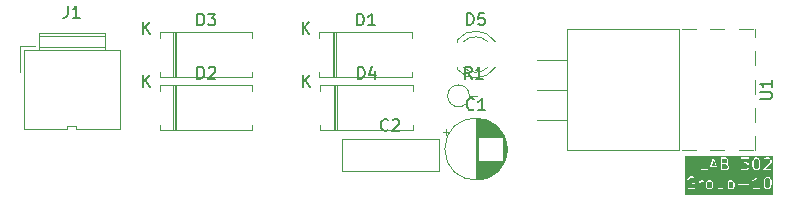
<source format=gbr>
%TF.GenerationSoftware,KiCad,Pcbnew,8.0.6*%
%TF.CreationDate,2024-11-04T20:56:58+05:30*%
%TF.ProjectId,power_supply_kicad,706f7765-725f-4737-9570-706c795f6b69,rev?*%
%TF.SameCoordinates,Original*%
%TF.FileFunction,Legend,Top*%
%TF.FilePolarity,Positive*%
%FSLAX46Y46*%
G04 Gerber Fmt 4.6, Leading zero omitted, Abs format (unit mm)*
G04 Created by KiCad (PCBNEW 8.0.6) date 2024-11-04 20:56:58*
%MOMM*%
%LPD*%
G01*
G04 APERTURE LIST*
%ADD10C,0.100000*%
%ADD11C,0.150000*%
%ADD12C,0.120000*%
G04 APERTURE END LIST*
D10*
G36*
X171976021Y-67794463D02*
G01*
X172012165Y-67830608D01*
X172050877Y-67908031D01*
X172050877Y-68170138D01*
X172012165Y-68247561D01*
X171976019Y-68283708D01*
X171898598Y-68322419D01*
X171731729Y-68322419D01*
X171674687Y-68293898D01*
X171674687Y-67784272D01*
X171731729Y-67755752D01*
X171898598Y-67755752D01*
X171976021Y-67794463D01*
G37*
G36*
X170166497Y-67794463D02*
G01*
X170202641Y-67830608D01*
X170241353Y-67908031D01*
X170241353Y-68170138D01*
X170202641Y-68247561D01*
X170166495Y-68283708D01*
X170089074Y-68322419D01*
X169969824Y-68322419D01*
X169892401Y-68283708D01*
X169856255Y-68247561D01*
X169817544Y-68170139D01*
X169817544Y-67908031D01*
X169856255Y-67830607D01*
X169892400Y-67794463D01*
X169969824Y-67755752D01*
X170089074Y-67755752D01*
X170166497Y-67794463D01*
G37*
G36*
X175071259Y-67461130D02*
G01*
X175107403Y-67497275D01*
X175148939Y-67580347D01*
X175193734Y-67759526D01*
X175193734Y-67985311D01*
X175148939Y-68164489D01*
X175107403Y-68247561D01*
X175071257Y-68283708D01*
X174993836Y-68322419D01*
X174922205Y-68322419D01*
X174844782Y-68283708D01*
X174808636Y-68247561D01*
X174767101Y-68164491D01*
X174722306Y-67985311D01*
X174722306Y-67759526D01*
X174767101Y-67580346D01*
X174808636Y-67497274D01*
X174844781Y-67461130D01*
X174922205Y-67422419D01*
X174993836Y-67422419D01*
X175071259Y-67461130D01*
G37*
G36*
X171502439Y-66329985D02*
G01*
X171535974Y-66363521D01*
X171574686Y-66440944D01*
X171574686Y-66560194D01*
X171535974Y-66637617D01*
X171499828Y-66673764D01*
X171422407Y-66712475D01*
X171103258Y-66712475D01*
X171103258Y-66288665D01*
X171378478Y-66288665D01*
X171502439Y-66329985D01*
G37*
G36*
X171452211Y-65851186D02*
G01*
X171488355Y-65887331D01*
X171527067Y-65964754D01*
X171527067Y-66036385D01*
X171488355Y-66113808D01*
X171452211Y-66149953D01*
X171374788Y-66188665D01*
X171103258Y-66188665D01*
X171103258Y-65812475D01*
X171374788Y-65812475D01*
X171452211Y-65851186D01*
G37*
G36*
X174118878Y-65851186D02*
G01*
X174155022Y-65887331D01*
X174196558Y-65970403D01*
X174241353Y-66149582D01*
X174241353Y-66375367D01*
X174196558Y-66554545D01*
X174155022Y-66637617D01*
X174118876Y-66673764D01*
X174041455Y-66712475D01*
X173969824Y-66712475D01*
X173892401Y-66673764D01*
X173856255Y-66637617D01*
X173814720Y-66554547D01*
X173769925Y-66375367D01*
X173769925Y-66149582D01*
X173814720Y-65970402D01*
X173856255Y-65887330D01*
X173892400Y-65851186D01*
X173969824Y-65812475D01*
X174041455Y-65812475D01*
X174118878Y-65851186D01*
G37*
G36*
X170555315Y-66426760D02*
G01*
X170217867Y-66426760D01*
X170386591Y-65920588D01*
X170555315Y-66426760D01*
G37*
G36*
X175404845Y-68863057D02*
G01*
X167987385Y-68863057D01*
X167987385Y-67800990D01*
X168098496Y-67800990D01*
X168098496Y-67943847D01*
X168099691Y-67949856D01*
X168099989Y-67955974D01*
X168147608Y-68146450D01*
X168149947Y-68151402D01*
X168151394Y-68156684D01*
X168199012Y-68251921D01*
X168203923Y-68258249D01*
X168208378Y-68264916D01*
X168303617Y-68360155D01*
X168305698Y-68361545D01*
X168306212Y-68362573D01*
X168313177Y-68366543D01*
X168319838Y-68370994D01*
X168320986Y-68370994D01*
X168323161Y-68372234D01*
X168466017Y-68419853D01*
X168473967Y-68420855D01*
X168481829Y-68422419D01*
X168577067Y-68422419D01*
X168584929Y-68420855D01*
X168592878Y-68419853D01*
X168735735Y-68372234D01*
X168737910Y-68370994D01*
X168739059Y-68370994D01*
X168745729Y-68366536D01*
X168752683Y-68362573D01*
X168753195Y-68361547D01*
X168755280Y-68360155D01*
X168802899Y-68312535D01*
X168813737Y-68296314D01*
X168817543Y-68277180D01*
X168817543Y-67943847D01*
X168813737Y-67924713D01*
X168786677Y-67897653D01*
X168767543Y-67893847D01*
X168577067Y-67893847D01*
X168557933Y-67897653D01*
X168530873Y-67924713D01*
X168530873Y-67962981D01*
X168557933Y-67990041D01*
X168577067Y-67993847D01*
X168717543Y-67993847D01*
X168717543Y-68256469D01*
X168692914Y-68281098D01*
X168568954Y-68322419D01*
X168489942Y-68322419D01*
X168365982Y-68281099D01*
X168284826Y-68199942D01*
X168243291Y-68116872D01*
X168198496Y-67937692D01*
X168198496Y-67807145D01*
X168223844Y-67705752D01*
X169146115Y-67705752D01*
X169146115Y-68372419D01*
X169149921Y-68391553D01*
X169176981Y-68418613D01*
X169215249Y-68418613D01*
X169242309Y-68391553D01*
X169246115Y-68372419D01*
X169246115Y-67908031D01*
X169252016Y-67896228D01*
X169717544Y-67896228D01*
X169717544Y-68181942D01*
X169718032Y-68184398D01*
X169717670Y-68185487D01*
X169719786Y-68193214D01*
X169721350Y-68201076D01*
X169722161Y-68201887D01*
X169722823Y-68204303D01*
X169770441Y-68299540D01*
X169775352Y-68305868D01*
X169779807Y-68312535D01*
X169827426Y-68360155D01*
X169834092Y-68364609D01*
X169840421Y-68369521D01*
X169935659Y-68417140D01*
X169938074Y-68417801D01*
X169938886Y-68418613D01*
X169946747Y-68420176D01*
X169954475Y-68422293D01*
X169955563Y-68421930D01*
X169958020Y-68422419D01*
X170100877Y-68422419D01*
X170103333Y-68421930D01*
X170104422Y-68422293D01*
X170112149Y-68420176D01*
X170120011Y-68418613D01*
X170120822Y-68417801D01*
X170123238Y-68417140D01*
X170218475Y-68369522D01*
X170224802Y-68364611D01*
X170231471Y-68360155D01*
X170279090Y-68312535D01*
X170283543Y-68305869D01*
X170288455Y-68299541D01*
X170336074Y-68204303D01*
X170336735Y-68201887D01*
X170337547Y-68201076D01*
X170339110Y-68193214D01*
X170341227Y-68185487D01*
X170340864Y-68184398D01*
X170341353Y-68181942D01*
X170341353Y-67896228D01*
X170340864Y-67893771D01*
X170341227Y-67892683D01*
X170339110Y-67884955D01*
X170337547Y-67877094D01*
X170336735Y-67876282D01*
X170336074Y-67873867D01*
X170288455Y-67778629D01*
X170283543Y-67772300D01*
X170279089Y-67765634D01*
X170231470Y-67718016D01*
X170224808Y-67713564D01*
X170218475Y-67708649D01*
X170212681Y-67705752D01*
X170669925Y-67705752D01*
X170669925Y-68229561D01*
X170670413Y-68232017D01*
X170670051Y-68233105D01*
X170672166Y-68240829D01*
X170673731Y-68248695D01*
X170674542Y-68249506D01*
X170675204Y-68251921D01*
X170722822Y-68347160D01*
X170728925Y-68355024D01*
X170729771Y-68357560D01*
X170732594Y-68359751D01*
X170734784Y-68362572D01*
X170737317Y-68363416D01*
X170745183Y-68369521D01*
X170840421Y-68417140D01*
X170842836Y-68417801D01*
X170843648Y-68418613D01*
X170851509Y-68420176D01*
X170859237Y-68422293D01*
X170860325Y-68421930D01*
X170862782Y-68422419D01*
X171005639Y-68422419D01*
X171008095Y-68421930D01*
X171009184Y-68422293D01*
X171016911Y-68420176D01*
X171024773Y-68418613D01*
X171025584Y-68417801D01*
X171028000Y-68417140D01*
X171100209Y-68381035D01*
X171102302Y-68391553D01*
X171129362Y-68418613D01*
X171167630Y-68418613D01*
X171194690Y-68391553D01*
X171198496Y-68372419D01*
X171198496Y-67705752D01*
X171574687Y-67705752D01*
X171574687Y-68705752D01*
X171578493Y-68724886D01*
X171605553Y-68751946D01*
X171643821Y-68751946D01*
X171670881Y-68724886D01*
X171674687Y-68705752D01*
X171674687Y-68405701D01*
X171697564Y-68417140D01*
X171699979Y-68417801D01*
X171700791Y-68418613D01*
X171708652Y-68420176D01*
X171716380Y-68422293D01*
X171717468Y-68421930D01*
X171719925Y-68422419D01*
X171910401Y-68422419D01*
X171912857Y-68421930D01*
X171913946Y-68422293D01*
X171921673Y-68420176D01*
X171929535Y-68418613D01*
X171930346Y-68417801D01*
X171932762Y-68417140D01*
X172027999Y-68369522D01*
X172034326Y-68364611D01*
X172040995Y-68360155D01*
X172088614Y-68312535D01*
X172093067Y-68305869D01*
X172097979Y-68299541D01*
X172145598Y-68204303D01*
X172146259Y-68201887D01*
X172147071Y-68201076D01*
X172148634Y-68193214D01*
X172150751Y-68185487D01*
X172150388Y-68184398D01*
X172150877Y-68181942D01*
X172150877Y-67972332D01*
X172483255Y-67972332D01*
X172483255Y-68010600D01*
X172510315Y-68037660D01*
X172529449Y-68041466D01*
X173291354Y-68041466D01*
X173310488Y-68037660D01*
X173337548Y-68010600D01*
X173337548Y-67972332D01*
X173310488Y-67945272D01*
X173291354Y-67941466D01*
X172529449Y-67941466D01*
X172510315Y-67945272D01*
X172483255Y-67972332D01*
X172150877Y-67972332D01*
X172150877Y-67896228D01*
X172150388Y-67893771D01*
X172150751Y-67892683D01*
X172148634Y-67884955D01*
X172147071Y-67877094D01*
X172146259Y-67876282D01*
X172145598Y-67873867D01*
X172097979Y-67778629D01*
X172093067Y-67772300D01*
X172088613Y-67765634D01*
X172040994Y-67718016D01*
X172034332Y-67713564D01*
X172027999Y-67708649D01*
X171934056Y-67661678D01*
X173670051Y-67661678D01*
X173687165Y-67695906D01*
X173723470Y-67708007D01*
X173742286Y-67702854D01*
X173837523Y-67655236D01*
X173843856Y-67650320D01*
X173850518Y-67645869D01*
X173945756Y-67550631D01*
X173948504Y-67546517D01*
X173952004Y-67543011D01*
X173955639Y-67537558D01*
X173955639Y-68322419D01*
X173719925Y-68322419D01*
X173700791Y-68326225D01*
X173673731Y-68353285D01*
X173673731Y-68391553D01*
X173700791Y-68418613D01*
X173719925Y-68422419D01*
X174291353Y-68422419D01*
X174310487Y-68418613D01*
X174337547Y-68391553D01*
X174337547Y-68353285D01*
X174310487Y-68326225D01*
X174291353Y-68322419D01*
X174055639Y-68322419D01*
X174055639Y-67753371D01*
X174622306Y-67753371D01*
X174622306Y-67991466D01*
X174623501Y-67997475D01*
X174623799Y-68003593D01*
X174671418Y-68194069D01*
X174673757Y-68199021D01*
X174675204Y-68204303D01*
X174722822Y-68299540D01*
X174727733Y-68305868D01*
X174732188Y-68312535D01*
X174779807Y-68360155D01*
X174786473Y-68364609D01*
X174792802Y-68369521D01*
X174888040Y-68417140D01*
X174890455Y-68417801D01*
X174891267Y-68418613D01*
X174899128Y-68420176D01*
X174906856Y-68422293D01*
X174907944Y-68421930D01*
X174910401Y-68422419D01*
X175005639Y-68422419D01*
X175008095Y-68421930D01*
X175009184Y-68422293D01*
X175016911Y-68420176D01*
X175024773Y-68418613D01*
X175025584Y-68417801D01*
X175028000Y-68417140D01*
X175123237Y-68369522D01*
X175129564Y-68364611D01*
X175136233Y-68360155D01*
X175183852Y-68312535D01*
X175188305Y-68305869D01*
X175193217Y-68299541D01*
X175240836Y-68204303D01*
X175242282Y-68199021D01*
X175244622Y-68194069D01*
X175292241Y-68003593D01*
X175292538Y-67997475D01*
X175293734Y-67991466D01*
X175293734Y-67753371D01*
X175292538Y-67747361D01*
X175292241Y-67741244D01*
X175244622Y-67550768D01*
X175242282Y-67545815D01*
X175240836Y-67540534D01*
X175193217Y-67445296D01*
X175188305Y-67438967D01*
X175183851Y-67432301D01*
X175136232Y-67384683D01*
X175129570Y-67380231D01*
X175123237Y-67375316D01*
X175028000Y-67327698D01*
X175025584Y-67327036D01*
X175024773Y-67326225D01*
X175016911Y-67324661D01*
X175009184Y-67322545D01*
X175008095Y-67322907D01*
X175005639Y-67322419D01*
X174910401Y-67322419D01*
X174907944Y-67322907D01*
X174906856Y-67322545D01*
X174899128Y-67324661D01*
X174891267Y-67326225D01*
X174890455Y-67327036D01*
X174888040Y-67327698D01*
X174792802Y-67375317D01*
X174786473Y-67380228D01*
X174779807Y-67384683D01*
X174732189Y-67432302D01*
X174727737Y-67438963D01*
X174722822Y-67445297D01*
X174675204Y-67540534D01*
X174673757Y-67545815D01*
X174671418Y-67550768D01*
X174623799Y-67741244D01*
X174623501Y-67747361D01*
X174622306Y-67753371D01*
X174055639Y-67753371D01*
X174055639Y-67372419D01*
X174051833Y-67353285D01*
X174048192Y-67349644D01*
X174047183Y-67344597D01*
X174035067Y-67336519D01*
X174024773Y-67326225D01*
X174019627Y-67326225D01*
X174015343Y-67323369D01*
X174001065Y-67326225D01*
X173986505Y-67326225D01*
X173982864Y-67329865D01*
X173977817Y-67330875D01*
X173964037Y-67344684D01*
X173871542Y-67483424D01*
X173785546Y-67569421D01*
X173697564Y-67613412D01*
X173682152Y-67625373D01*
X173670051Y-67661678D01*
X171934056Y-67661678D01*
X171932762Y-67661031D01*
X171930346Y-67660369D01*
X171929535Y-67659558D01*
X171921673Y-67657994D01*
X171913946Y-67655878D01*
X171912857Y-67656240D01*
X171910401Y-67655752D01*
X171719925Y-67655752D01*
X171717468Y-67656240D01*
X171716380Y-67655878D01*
X171708652Y-67657994D01*
X171700791Y-67659558D01*
X171699979Y-67660369D01*
X171697564Y-67661031D01*
X171662717Y-67678454D01*
X171643821Y-67659558D01*
X171605553Y-67659558D01*
X171578493Y-67686618D01*
X171574687Y-67705752D01*
X171198496Y-67705752D01*
X171194690Y-67686618D01*
X171167630Y-67659558D01*
X171129362Y-67659558D01*
X171102302Y-67686618D01*
X171098496Y-67705752D01*
X171098496Y-68256469D01*
X171071257Y-68283708D01*
X170993836Y-68322419D01*
X170874586Y-68322419D01*
X170804811Y-68287532D01*
X170769925Y-68217759D01*
X170769925Y-67705752D01*
X170766119Y-67686618D01*
X170739059Y-67659558D01*
X170700791Y-67659558D01*
X170673731Y-67686618D01*
X170669925Y-67705752D01*
X170212681Y-67705752D01*
X170123238Y-67661031D01*
X170120822Y-67660369D01*
X170120011Y-67659558D01*
X170112149Y-67657994D01*
X170104422Y-67655878D01*
X170103333Y-67656240D01*
X170100877Y-67655752D01*
X169958020Y-67655752D01*
X169955563Y-67656240D01*
X169954475Y-67655878D01*
X169946747Y-67657994D01*
X169938886Y-67659558D01*
X169938074Y-67660369D01*
X169935659Y-67661031D01*
X169840421Y-67708650D01*
X169834092Y-67713561D01*
X169827426Y-67718016D01*
X169779808Y-67765635D01*
X169775356Y-67772296D01*
X169770441Y-67778630D01*
X169722823Y-67873867D01*
X169722161Y-67876282D01*
X169721350Y-67877094D01*
X169719786Y-67884955D01*
X169717670Y-67892683D01*
X169718032Y-67893771D01*
X169717544Y-67896228D01*
X169252016Y-67896228D01*
X169284826Y-67830607D01*
X169320971Y-67794463D01*
X169398395Y-67755752D01*
X169481829Y-67755752D01*
X169500963Y-67751946D01*
X169528023Y-67724886D01*
X169528023Y-67686618D01*
X169500963Y-67659558D01*
X169481829Y-67655752D01*
X169386591Y-67655752D01*
X169384134Y-67656240D01*
X169383046Y-67655878D01*
X169375318Y-67657994D01*
X169367457Y-67659558D01*
X169366645Y-67660369D01*
X169364230Y-67661031D01*
X169268992Y-67708650D01*
X169262663Y-67713561D01*
X169255997Y-67718016D01*
X169246115Y-67727898D01*
X169246115Y-67705752D01*
X169242309Y-67686618D01*
X169215249Y-67659558D01*
X169176981Y-67659558D01*
X169149921Y-67686618D01*
X169146115Y-67705752D01*
X168223844Y-67705752D01*
X168243291Y-67627965D01*
X168284827Y-67544893D01*
X168365980Y-67463739D01*
X168489942Y-67422419D01*
X168612883Y-67422419D01*
X168697563Y-67464759D01*
X168716379Y-67469912D01*
X168752684Y-67457810D01*
X168769798Y-67423582D01*
X168757696Y-67387278D01*
X168742284Y-67375316D01*
X168647047Y-67327698D01*
X168644631Y-67327036D01*
X168643820Y-67326225D01*
X168635958Y-67324661D01*
X168628231Y-67322545D01*
X168627142Y-67322907D01*
X168624686Y-67322419D01*
X168481829Y-67322419D01*
X168473967Y-67323982D01*
X168466017Y-67324985D01*
X168323161Y-67372604D01*
X168320986Y-67373844D01*
X168319838Y-67373844D01*
X168313177Y-67378294D01*
X168306212Y-67382265D01*
X168305698Y-67383292D01*
X168303617Y-67384683D01*
X168208379Y-67479921D01*
X168203927Y-67486582D01*
X168199012Y-67492916D01*
X168151394Y-67588153D01*
X168149947Y-67593434D01*
X168147608Y-67598387D01*
X168099989Y-67788863D01*
X168099691Y-67794980D01*
X168098496Y-67800990D01*
X167987385Y-67800990D01*
X167987385Y-65762475D01*
X169336591Y-65762475D01*
X169336591Y-66762475D01*
X169340397Y-66781609D01*
X169367457Y-66808669D01*
X169386591Y-66812475D01*
X169862781Y-66812475D01*
X169881915Y-66808669D01*
X169908975Y-66781609D01*
X169908975Y-66766019D01*
X170003384Y-66766019D01*
X170020498Y-66800248D01*
X170056802Y-66812349D01*
X170091031Y-66795235D01*
X170100692Y-66778286D01*
X170184534Y-66526760D01*
X170588648Y-66526760D01*
X170672490Y-66778286D01*
X170682151Y-66795234D01*
X170716380Y-66812349D01*
X170752684Y-66800247D01*
X170769798Y-66766019D01*
X170767358Y-66746663D01*
X170439295Y-65762475D01*
X171003258Y-65762475D01*
X171003258Y-66762475D01*
X171007064Y-66781609D01*
X171034124Y-66808669D01*
X171053258Y-66812475D01*
X171434210Y-66812475D01*
X171436666Y-66811986D01*
X171437755Y-66812349D01*
X171445482Y-66810232D01*
X171453344Y-66808669D01*
X171454155Y-66807857D01*
X171456571Y-66807196D01*
X171551808Y-66759578D01*
X171558135Y-66754667D01*
X171564804Y-66750211D01*
X171612423Y-66702591D01*
X171616876Y-66695925D01*
X171621788Y-66689597D01*
X171669407Y-66594359D01*
X171670068Y-66591943D01*
X171670880Y-66591132D01*
X171672443Y-66583270D01*
X171674560Y-66575543D01*
X171674197Y-66574454D01*
X171674686Y-66571998D01*
X171674686Y-66429141D01*
X171674197Y-66426684D01*
X171674560Y-66425596D01*
X171672443Y-66417868D01*
X171670880Y-66410007D01*
X171670068Y-66409195D01*
X171669407Y-66406780D01*
X171621788Y-66311542D01*
X171616876Y-66305213D01*
X171612422Y-66298547D01*
X171564803Y-66250929D01*
X171562720Y-66249537D01*
X171562207Y-66248511D01*
X171555246Y-66244543D01*
X171548582Y-66240090D01*
X171547434Y-66240090D01*
X171545259Y-66238850D01*
X171514098Y-66228463D01*
X171517184Y-66226401D01*
X171564803Y-66178783D01*
X171569257Y-66172116D01*
X171574169Y-66165788D01*
X171621788Y-66070550D01*
X171622449Y-66068134D01*
X171623261Y-66067323D01*
X171624824Y-66059461D01*
X171626941Y-66051734D01*
X171626578Y-66050645D01*
X171627067Y-66048189D01*
X171627067Y-65952951D01*
X171626578Y-65950494D01*
X171626941Y-65949406D01*
X171624824Y-65941678D01*
X171623261Y-65933817D01*
X171622449Y-65933005D01*
X171621788Y-65930590D01*
X171574169Y-65835352D01*
X171569257Y-65829023D01*
X171564803Y-65822357D01*
X171517184Y-65774739D01*
X171510522Y-65770287D01*
X171504189Y-65765372D01*
X171460127Y-65743341D01*
X172673731Y-65743341D01*
X172673731Y-65781609D01*
X172700791Y-65808669D01*
X172719925Y-65812475D01*
X173228784Y-65812475D01*
X172968010Y-66110502D01*
X172960915Y-66122822D01*
X172959445Y-66124293D01*
X172959445Y-66125376D01*
X172958275Y-66127408D01*
X172959445Y-66144962D01*
X172959445Y-66162561D01*
X172960701Y-66163817D01*
X172960820Y-66165592D01*
X172974064Y-66177180D01*
X172986505Y-66189621D01*
X172988805Y-66190078D01*
X172989620Y-66190791D01*
X172991692Y-66190652D01*
X173005639Y-66193427D01*
X173136693Y-66193427D01*
X173214116Y-66232138D01*
X173250260Y-66268283D01*
X173288972Y-66345706D01*
X173288972Y-66560194D01*
X173250260Y-66637617D01*
X173214114Y-66673764D01*
X173136693Y-66712475D01*
X172874586Y-66712475D01*
X172797163Y-66673764D01*
X172755281Y-66631881D01*
X172739060Y-66621042D01*
X172700791Y-66621042D01*
X172673731Y-66648101D01*
X172673731Y-66686370D01*
X172684569Y-66702591D01*
X172732188Y-66750211D01*
X172738854Y-66754665D01*
X172745183Y-66759577D01*
X172840421Y-66807196D01*
X172842836Y-66807857D01*
X172843648Y-66808669D01*
X172851509Y-66810232D01*
X172859237Y-66812349D01*
X172860325Y-66811986D01*
X172862782Y-66812475D01*
X173148496Y-66812475D01*
X173150952Y-66811986D01*
X173152041Y-66812349D01*
X173159768Y-66810232D01*
X173167630Y-66808669D01*
X173168441Y-66807857D01*
X173170857Y-66807196D01*
X173266094Y-66759578D01*
X173272421Y-66754667D01*
X173279090Y-66750211D01*
X173326709Y-66702591D01*
X173331162Y-66695925D01*
X173336074Y-66689597D01*
X173383693Y-66594359D01*
X173384354Y-66591943D01*
X173385166Y-66591132D01*
X173386729Y-66583270D01*
X173388846Y-66575543D01*
X173388483Y-66574454D01*
X173388972Y-66571998D01*
X173388972Y-66333903D01*
X173388483Y-66331446D01*
X173388846Y-66330358D01*
X173386729Y-66322630D01*
X173385166Y-66314769D01*
X173384354Y-66313957D01*
X173383693Y-66311542D01*
X173336074Y-66216304D01*
X173331162Y-66209975D01*
X173326708Y-66203309D01*
X173279089Y-66155691D01*
X173272427Y-66151239D01*
X173266094Y-66146324D01*
X173260300Y-66143427D01*
X173669925Y-66143427D01*
X173669925Y-66381522D01*
X173671120Y-66387531D01*
X173671418Y-66393649D01*
X173719037Y-66584125D01*
X173721376Y-66589077D01*
X173722823Y-66594359D01*
X173770441Y-66689596D01*
X173775352Y-66695924D01*
X173779807Y-66702591D01*
X173827426Y-66750211D01*
X173834092Y-66754665D01*
X173840421Y-66759577D01*
X173935659Y-66807196D01*
X173938074Y-66807857D01*
X173938886Y-66808669D01*
X173946747Y-66810232D01*
X173954475Y-66812349D01*
X173955563Y-66811986D01*
X173958020Y-66812475D01*
X174053258Y-66812475D01*
X174055714Y-66811986D01*
X174056803Y-66812349D01*
X174064530Y-66810232D01*
X174072392Y-66808669D01*
X174073203Y-66807857D01*
X174075619Y-66807196D01*
X174170856Y-66759578D01*
X174177183Y-66754667D01*
X174183852Y-66750211D01*
X174190722Y-66743341D01*
X174578493Y-66743341D01*
X174578493Y-66781609D01*
X174605553Y-66808669D01*
X174624687Y-66812475D01*
X175243734Y-66812475D01*
X175262868Y-66808669D01*
X175289928Y-66781609D01*
X175289928Y-66743341D01*
X175262868Y-66716281D01*
X175243734Y-66712475D01*
X174745397Y-66712475D01*
X175231470Y-66226401D01*
X175232860Y-66224319D01*
X175233888Y-66223806D01*
X175237858Y-66216840D01*
X175242309Y-66210180D01*
X175242309Y-66209032D01*
X175243549Y-66206857D01*
X175291168Y-66064001D01*
X175292170Y-66056050D01*
X175293734Y-66048189D01*
X175293734Y-65952951D01*
X175293245Y-65950494D01*
X175293608Y-65949406D01*
X175291491Y-65941678D01*
X175289928Y-65933817D01*
X175289116Y-65933005D01*
X175288455Y-65930590D01*
X175240836Y-65835352D01*
X175235924Y-65829023D01*
X175231470Y-65822357D01*
X175183851Y-65774739D01*
X175177189Y-65770287D01*
X175170856Y-65765372D01*
X175075619Y-65717754D01*
X175073203Y-65717092D01*
X175072392Y-65716281D01*
X175064530Y-65714717D01*
X175056803Y-65712601D01*
X175055714Y-65712963D01*
X175053258Y-65712475D01*
X174815163Y-65712475D01*
X174812706Y-65712963D01*
X174811618Y-65712601D01*
X174803890Y-65714717D01*
X174796029Y-65716281D01*
X174795217Y-65717092D01*
X174792802Y-65717754D01*
X174697564Y-65765373D01*
X174691235Y-65770284D01*
X174684569Y-65774739D01*
X174636951Y-65822358D01*
X174626112Y-65838579D01*
X174626112Y-65876847D01*
X174653172Y-65903907D01*
X174691440Y-65903907D01*
X174707661Y-65893068D01*
X174749543Y-65851186D01*
X174826967Y-65812475D01*
X175041455Y-65812475D01*
X175118878Y-65851186D01*
X175155022Y-65887331D01*
X175193734Y-65964754D01*
X175193734Y-66040076D01*
X175152413Y-66164037D01*
X174589332Y-66727120D01*
X174578493Y-66743341D01*
X174190722Y-66743341D01*
X174231471Y-66702591D01*
X174235924Y-66695925D01*
X174240836Y-66689597D01*
X174288455Y-66594359D01*
X174289901Y-66589077D01*
X174292241Y-66584125D01*
X174339860Y-66393649D01*
X174340157Y-66387531D01*
X174341353Y-66381522D01*
X174341353Y-66143427D01*
X174340157Y-66137417D01*
X174339860Y-66131300D01*
X174292241Y-65940824D01*
X174289901Y-65935871D01*
X174288455Y-65930590D01*
X174240836Y-65835352D01*
X174235924Y-65829023D01*
X174231470Y-65822357D01*
X174183851Y-65774739D01*
X174177189Y-65770287D01*
X174170856Y-65765372D01*
X174075619Y-65717754D01*
X174073203Y-65717092D01*
X174072392Y-65716281D01*
X174064530Y-65714717D01*
X174056803Y-65712601D01*
X174055714Y-65712963D01*
X174053258Y-65712475D01*
X173958020Y-65712475D01*
X173955563Y-65712963D01*
X173954475Y-65712601D01*
X173946747Y-65714717D01*
X173938886Y-65716281D01*
X173938074Y-65717092D01*
X173935659Y-65717754D01*
X173840421Y-65765373D01*
X173834092Y-65770284D01*
X173827426Y-65774739D01*
X173779808Y-65822358D01*
X173775356Y-65829019D01*
X173770441Y-65835353D01*
X173722823Y-65930590D01*
X173721376Y-65935871D01*
X173719037Y-65940824D01*
X173671418Y-66131300D01*
X173671120Y-66137417D01*
X173669925Y-66143427D01*
X173260300Y-66143427D01*
X173170857Y-66098706D01*
X173168441Y-66098044D01*
X173167630Y-66097233D01*
X173159768Y-66095669D01*
X173152041Y-66093553D01*
X173150952Y-66093915D01*
X173148496Y-66093427D01*
X173115827Y-66093427D01*
X173376601Y-65795400D01*
X173383695Y-65783079D01*
X173385166Y-65781609D01*
X173385166Y-65780525D01*
X173386336Y-65778494D01*
X173385166Y-65760939D01*
X173385166Y-65743341D01*
X173383909Y-65742084D01*
X173383791Y-65740310D01*
X173370546Y-65728721D01*
X173358106Y-65716281D01*
X173355805Y-65715823D01*
X173354991Y-65715111D01*
X173352918Y-65715249D01*
X173338972Y-65712475D01*
X172719925Y-65712475D01*
X172700791Y-65716281D01*
X172673731Y-65743341D01*
X171460127Y-65743341D01*
X171408952Y-65717754D01*
X171406536Y-65717092D01*
X171405725Y-65716281D01*
X171397863Y-65714717D01*
X171390136Y-65712601D01*
X171389047Y-65712963D01*
X171386591Y-65712475D01*
X171053258Y-65712475D01*
X171034124Y-65716281D01*
X171007064Y-65743341D01*
X171003258Y-65762475D01*
X170439295Y-65762475D01*
X170434025Y-65746664D01*
X170424364Y-65729715D01*
X170421021Y-65728043D01*
X170419351Y-65724703D01*
X170404314Y-65719690D01*
X170390135Y-65712601D01*
X170386590Y-65713782D01*
X170383047Y-65712601D01*
X170368873Y-65719688D01*
X170353831Y-65724702D01*
X170352159Y-65728045D01*
X170348818Y-65729716D01*
X170339157Y-65746664D01*
X170005824Y-66746664D01*
X170003384Y-66766019D01*
X169908975Y-66766019D01*
X169908975Y-66743341D01*
X169881915Y-66716281D01*
X169862781Y-66712475D01*
X169436591Y-66712475D01*
X169436591Y-65762475D01*
X169432785Y-65743341D01*
X169405725Y-65716281D01*
X169367457Y-65716281D01*
X169340397Y-65743341D01*
X169336591Y-65762475D01*
X167987385Y-65762475D01*
X167987385Y-65601364D01*
X175404845Y-65601364D01*
X175404845Y-68863057D01*
G37*
D11*
X142833333Y-63359580D02*
X142785714Y-63407200D01*
X142785714Y-63407200D02*
X142642857Y-63454819D01*
X142642857Y-63454819D02*
X142547619Y-63454819D01*
X142547619Y-63454819D02*
X142404762Y-63407200D01*
X142404762Y-63407200D02*
X142309524Y-63311961D01*
X142309524Y-63311961D02*
X142261905Y-63216723D01*
X142261905Y-63216723D02*
X142214286Y-63026247D01*
X142214286Y-63026247D02*
X142214286Y-62883390D01*
X142214286Y-62883390D02*
X142261905Y-62692914D01*
X142261905Y-62692914D02*
X142309524Y-62597676D01*
X142309524Y-62597676D02*
X142404762Y-62502438D01*
X142404762Y-62502438D02*
X142547619Y-62454819D01*
X142547619Y-62454819D02*
X142642857Y-62454819D01*
X142642857Y-62454819D02*
X142785714Y-62502438D01*
X142785714Y-62502438D02*
X142833333Y-62550057D01*
X143214286Y-62550057D02*
X143261905Y-62502438D01*
X143261905Y-62502438D02*
X143357143Y-62454819D01*
X143357143Y-62454819D02*
X143595238Y-62454819D01*
X143595238Y-62454819D02*
X143690476Y-62502438D01*
X143690476Y-62502438D02*
X143738095Y-62550057D01*
X143738095Y-62550057D02*
X143785714Y-62645295D01*
X143785714Y-62645295D02*
X143785714Y-62740533D01*
X143785714Y-62740533D02*
X143738095Y-62883390D01*
X143738095Y-62883390D02*
X143166667Y-63454819D01*
X143166667Y-63454819D02*
X143785714Y-63454819D01*
X115696666Y-52874819D02*
X115696666Y-53589104D01*
X115696666Y-53589104D02*
X115649047Y-53731961D01*
X115649047Y-53731961D02*
X115553809Y-53827200D01*
X115553809Y-53827200D02*
X115410952Y-53874819D01*
X115410952Y-53874819D02*
X115315714Y-53874819D01*
X116696666Y-53874819D02*
X116125238Y-53874819D01*
X116410952Y-53874819D02*
X116410952Y-52874819D01*
X116410952Y-52874819D02*
X116315714Y-53017676D01*
X116315714Y-53017676D02*
X116220476Y-53112914D01*
X116220476Y-53112914D02*
X116125238Y-53160533D01*
X150083333Y-61609580D02*
X150035714Y-61657200D01*
X150035714Y-61657200D02*
X149892857Y-61704819D01*
X149892857Y-61704819D02*
X149797619Y-61704819D01*
X149797619Y-61704819D02*
X149654762Y-61657200D01*
X149654762Y-61657200D02*
X149559524Y-61561961D01*
X149559524Y-61561961D02*
X149511905Y-61466723D01*
X149511905Y-61466723D02*
X149464286Y-61276247D01*
X149464286Y-61276247D02*
X149464286Y-61133390D01*
X149464286Y-61133390D02*
X149511905Y-60942914D01*
X149511905Y-60942914D02*
X149559524Y-60847676D01*
X149559524Y-60847676D02*
X149654762Y-60752438D01*
X149654762Y-60752438D02*
X149797619Y-60704819D01*
X149797619Y-60704819D02*
X149892857Y-60704819D01*
X149892857Y-60704819D02*
X150035714Y-60752438D01*
X150035714Y-60752438D02*
X150083333Y-60800057D01*
X151035714Y-61704819D02*
X150464286Y-61704819D01*
X150750000Y-61704819D02*
X150750000Y-60704819D01*
X150750000Y-60704819D02*
X150654762Y-60847676D01*
X150654762Y-60847676D02*
X150559524Y-60942914D01*
X150559524Y-60942914D02*
X150464286Y-60990533D01*
X149883333Y-59034819D02*
X149550000Y-58558628D01*
X149311905Y-59034819D02*
X149311905Y-58034819D01*
X149311905Y-58034819D02*
X149692857Y-58034819D01*
X149692857Y-58034819D02*
X149788095Y-58082438D01*
X149788095Y-58082438D02*
X149835714Y-58130057D01*
X149835714Y-58130057D02*
X149883333Y-58225295D01*
X149883333Y-58225295D02*
X149883333Y-58368152D01*
X149883333Y-58368152D02*
X149835714Y-58463390D01*
X149835714Y-58463390D02*
X149788095Y-58511009D01*
X149788095Y-58511009D02*
X149692857Y-58558628D01*
X149692857Y-58558628D02*
X149311905Y-58558628D01*
X150835714Y-59034819D02*
X150264286Y-59034819D01*
X150550000Y-59034819D02*
X150550000Y-58034819D01*
X150550000Y-58034819D02*
X150454762Y-58177676D01*
X150454762Y-58177676D02*
X150359524Y-58272914D01*
X150359524Y-58272914D02*
X150264286Y-58320533D01*
X174304819Y-60761904D02*
X175114342Y-60761904D01*
X175114342Y-60761904D02*
X175209580Y-60714285D01*
X175209580Y-60714285D02*
X175257200Y-60666666D01*
X175257200Y-60666666D02*
X175304819Y-60571428D01*
X175304819Y-60571428D02*
X175304819Y-60380952D01*
X175304819Y-60380952D02*
X175257200Y-60285714D01*
X175257200Y-60285714D02*
X175209580Y-60238095D01*
X175209580Y-60238095D02*
X175114342Y-60190476D01*
X175114342Y-60190476D02*
X174304819Y-60190476D01*
X175304819Y-59190476D02*
X175304819Y-59761904D01*
X175304819Y-59476190D02*
X174304819Y-59476190D01*
X174304819Y-59476190D02*
X174447676Y-59571428D01*
X174447676Y-59571428D02*
X174542914Y-59666666D01*
X174542914Y-59666666D02*
X174590533Y-59761904D01*
X149491905Y-54494819D02*
X149491905Y-53494819D01*
X149491905Y-53494819D02*
X149730000Y-53494819D01*
X149730000Y-53494819D02*
X149872857Y-53542438D01*
X149872857Y-53542438D02*
X149968095Y-53637676D01*
X149968095Y-53637676D02*
X150015714Y-53732914D01*
X150015714Y-53732914D02*
X150063333Y-53923390D01*
X150063333Y-53923390D02*
X150063333Y-54066247D01*
X150063333Y-54066247D02*
X150015714Y-54256723D01*
X150015714Y-54256723D02*
X149968095Y-54351961D01*
X149968095Y-54351961D02*
X149872857Y-54447200D01*
X149872857Y-54447200D02*
X149730000Y-54494819D01*
X149730000Y-54494819D02*
X149491905Y-54494819D01*
X150968095Y-53494819D02*
X150491905Y-53494819D01*
X150491905Y-53494819D02*
X150444286Y-53971009D01*
X150444286Y-53971009D02*
X150491905Y-53923390D01*
X150491905Y-53923390D02*
X150587143Y-53875771D01*
X150587143Y-53875771D02*
X150825238Y-53875771D01*
X150825238Y-53875771D02*
X150920476Y-53923390D01*
X150920476Y-53923390D02*
X150968095Y-53971009D01*
X150968095Y-53971009D02*
X151015714Y-54066247D01*
X151015714Y-54066247D02*
X151015714Y-54304342D01*
X151015714Y-54304342D02*
X150968095Y-54399580D01*
X150968095Y-54399580D02*
X150920476Y-54447200D01*
X150920476Y-54447200D02*
X150825238Y-54494819D01*
X150825238Y-54494819D02*
X150587143Y-54494819D01*
X150587143Y-54494819D02*
X150491905Y-54447200D01*
X150491905Y-54447200D02*
X150444286Y-54399580D01*
X140261905Y-59034819D02*
X140261905Y-58034819D01*
X140261905Y-58034819D02*
X140500000Y-58034819D01*
X140500000Y-58034819D02*
X140642857Y-58082438D01*
X140642857Y-58082438D02*
X140738095Y-58177676D01*
X140738095Y-58177676D02*
X140785714Y-58272914D01*
X140785714Y-58272914D02*
X140833333Y-58463390D01*
X140833333Y-58463390D02*
X140833333Y-58606247D01*
X140833333Y-58606247D02*
X140785714Y-58796723D01*
X140785714Y-58796723D02*
X140738095Y-58891961D01*
X140738095Y-58891961D02*
X140642857Y-58987200D01*
X140642857Y-58987200D02*
X140500000Y-59034819D01*
X140500000Y-59034819D02*
X140261905Y-59034819D01*
X141690476Y-58368152D02*
X141690476Y-59034819D01*
X141452381Y-57987200D02*
X141214286Y-58701485D01*
X141214286Y-58701485D02*
X141833333Y-58701485D01*
X135658095Y-59754819D02*
X135658095Y-58754819D01*
X136229523Y-59754819D02*
X135800952Y-59183390D01*
X136229523Y-58754819D02*
X135658095Y-59326247D01*
X140181905Y-54534819D02*
X140181905Y-53534819D01*
X140181905Y-53534819D02*
X140420000Y-53534819D01*
X140420000Y-53534819D02*
X140562857Y-53582438D01*
X140562857Y-53582438D02*
X140658095Y-53677676D01*
X140658095Y-53677676D02*
X140705714Y-53772914D01*
X140705714Y-53772914D02*
X140753333Y-53963390D01*
X140753333Y-53963390D02*
X140753333Y-54106247D01*
X140753333Y-54106247D02*
X140705714Y-54296723D01*
X140705714Y-54296723D02*
X140658095Y-54391961D01*
X140658095Y-54391961D02*
X140562857Y-54487200D01*
X140562857Y-54487200D02*
X140420000Y-54534819D01*
X140420000Y-54534819D02*
X140181905Y-54534819D01*
X141705714Y-54534819D02*
X141134286Y-54534819D01*
X141420000Y-54534819D02*
X141420000Y-53534819D01*
X141420000Y-53534819D02*
X141324762Y-53677676D01*
X141324762Y-53677676D02*
X141229524Y-53772914D01*
X141229524Y-53772914D02*
X141134286Y-53820533D01*
X135578095Y-55254819D02*
X135578095Y-54254819D01*
X136149523Y-55254819D02*
X135720952Y-54683390D01*
X136149523Y-54254819D02*
X135578095Y-54826247D01*
X126681905Y-59034819D02*
X126681905Y-58034819D01*
X126681905Y-58034819D02*
X126920000Y-58034819D01*
X126920000Y-58034819D02*
X127062857Y-58082438D01*
X127062857Y-58082438D02*
X127158095Y-58177676D01*
X127158095Y-58177676D02*
X127205714Y-58272914D01*
X127205714Y-58272914D02*
X127253333Y-58463390D01*
X127253333Y-58463390D02*
X127253333Y-58606247D01*
X127253333Y-58606247D02*
X127205714Y-58796723D01*
X127205714Y-58796723D02*
X127158095Y-58891961D01*
X127158095Y-58891961D02*
X127062857Y-58987200D01*
X127062857Y-58987200D02*
X126920000Y-59034819D01*
X126920000Y-59034819D02*
X126681905Y-59034819D01*
X127634286Y-58130057D02*
X127681905Y-58082438D01*
X127681905Y-58082438D02*
X127777143Y-58034819D01*
X127777143Y-58034819D02*
X128015238Y-58034819D01*
X128015238Y-58034819D02*
X128110476Y-58082438D01*
X128110476Y-58082438D02*
X128158095Y-58130057D01*
X128158095Y-58130057D02*
X128205714Y-58225295D01*
X128205714Y-58225295D02*
X128205714Y-58320533D01*
X128205714Y-58320533D02*
X128158095Y-58463390D01*
X128158095Y-58463390D02*
X127586667Y-59034819D01*
X127586667Y-59034819D02*
X128205714Y-59034819D01*
X122078095Y-59754819D02*
X122078095Y-58754819D01*
X122649523Y-59754819D02*
X122220952Y-59183390D01*
X122649523Y-58754819D02*
X122078095Y-59326247D01*
X126681905Y-54534819D02*
X126681905Y-53534819D01*
X126681905Y-53534819D02*
X126920000Y-53534819D01*
X126920000Y-53534819D02*
X127062857Y-53582438D01*
X127062857Y-53582438D02*
X127158095Y-53677676D01*
X127158095Y-53677676D02*
X127205714Y-53772914D01*
X127205714Y-53772914D02*
X127253333Y-53963390D01*
X127253333Y-53963390D02*
X127253333Y-54106247D01*
X127253333Y-54106247D02*
X127205714Y-54296723D01*
X127205714Y-54296723D02*
X127158095Y-54391961D01*
X127158095Y-54391961D02*
X127062857Y-54487200D01*
X127062857Y-54487200D02*
X126920000Y-54534819D01*
X126920000Y-54534819D02*
X126681905Y-54534819D01*
X127586667Y-53534819D02*
X128205714Y-53534819D01*
X128205714Y-53534819D02*
X127872381Y-53915771D01*
X127872381Y-53915771D02*
X128015238Y-53915771D01*
X128015238Y-53915771D02*
X128110476Y-53963390D01*
X128110476Y-53963390D02*
X128158095Y-54011009D01*
X128158095Y-54011009D02*
X128205714Y-54106247D01*
X128205714Y-54106247D02*
X128205714Y-54344342D01*
X128205714Y-54344342D02*
X128158095Y-54439580D01*
X128158095Y-54439580D02*
X128110476Y-54487200D01*
X128110476Y-54487200D02*
X128015238Y-54534819D01*
X128015238Y-54534819D02*
X127729524Y-54534819D01*
X127729524Y-54534819D02*
X127634286Y-54487200D01*
X127634286Y-54487200D02*
X127586667Y-54439580D01*
X122078095Y-55254819D02*
X122078095Y-54254819D01*
X122649523Y-55254819D02*
X122220952Y-54683390D01*
X122649523Y-54254819D02*
X122078095Y-54826247D01*
D12*
%TO.C,C2*%
X138880000Y-64130000D02*
X138880000Y-66870000D01*
X138880000Y-64130000D02*
X147120000Y-64130000D01*
X138880000Y-66870000D02*
X147120000Y-66870000D01*
X147120000Y-64130000D02*
X147120000Y-66870000D01*
%TO.C,J1*%
X111620000Y-56300000D02*
X111620000Y-58500000D01*
X111960000Y-56590000D02*
X111960000Y-58500000D01*
X111960000Y-56590000D02*
X120090000Y-56590000D01*
X111960000Y-58500000D02*
X111960000Y-63330000D01*
X112920000Y-56300000D02*
X111620000Y-56300000D01*
X113230000Y-55200000D02*
X118820000Y-55200000D01*
X113230000Y-55450000D02*
X118820000Y-55450000D01*
X113230000Y-56340000D02*
X118820000Y-56340000D01*
X113230000Y-56590000D02*
X113230000Y-55200000D01*
X115640000Y-63070000D02*
X116410000Y-63070000D01*
X115640000Y-63330000D02*
X111960000Y-63330000D01*
X115640000Y-63330000D02*
X115640000Y-63070000D01*
X116410000Y-63070000D02*
X116410000Y-63330000D01*
X116410000Y-63330000D02*
X120090000Y-63330000D01*
X118820000Y-56590000D02*
X118820000Y-55200000D01*
X120090000Y-56590000D02*
X120090000Y-58500000D01*
X120090000Y-63330000D02*
X120090000Y-58500000D01*
%TO.C,C1*%
X147445225Y-63525000D02*
X147945225Y-63525000D01*
X147695225Y-63275000D02*
X147695225Y-63775000D01*
X150250000Y-62420000D02*
X150250000Y-67580000D01*
X150290000Y-62420000D02*
X150290000Y-67580000D01*
X150330000Y-62421000D02*
X150330000Y-67579000D01*
X150370000Y-62422000D02*
X150370000Y-67578000D01*
X150410000Y-62424000D02*
X150410000Y-67576000D01*
X150450000Y-62427000D02*
X150450000Y-67573000D01*
X150490000Y-62431000D02*
X150490000Y-63960000D01*
X150490000Y-66040000D02*
X150490000Y-67569000D01*
X150530000Y-62435000D02*
X150530000Y-63960000D01*
X150530000Y-66040000D02*
X150530000Y-67565000D01*
X150570000Y-62439000D02*
X150570000Y-63960000D01*
X150570000Y-66040000D02*
X150570000Y-67561000D01*
X150610000Y-62444000D02*
X150610000Y-63960000D01*
X150610000Y-66040000D02*
X150610000Y-67556000D01*
X150650000Y-62450000D02*
X150650000Y-63960000D01*
X150650000Y-66040000D02*
X150650000Y-67550000D01*
X150690000Y-62457000D02*
X150690000Y-63960000D01*
X150690000Y-66040000D02*
X150690000Y-67543000D01*
X150730000Y-62464000D02*
X150730000Y-63960000D01*
X150730000Y-66040000D02*
X150730000Y-67536000D01*
X150770000Y-62472000D02*
X150770000Y-63960000D01*
X150770000Y-66040000D02*
X150770000Y-67528000D01*
X150810000Y-62480000D02*
X150810000Y-63960000D01*
X150810000Y-66040000D02*
X150810000Y-67520000D01*
X150850000Y-62489000D02*
X150850000Y-63960000D01*
X150850000Y-66040000D02*
X150850000Y-67511000D01*
X150890000Y-62499000D02*
X150890000Y-63960000D01*
X150890000Y-66040000D02*
X150890000Y-67501000D01*
X150930000Y-62509000D02*
X150930000Y-63960000D01*
X150930000Y-66040000D02*
X150930000Y-67491000D01*
X150971000Y-62520000D02*
X150971000Y-63960000D01*
X150971000Y-66040000D02*
X150971000Y-67480000D01*
X151011000Y-62532000D02*
X151011000Y-63960000D01*
X151011000Y-66040000D02*
X151011000Y-67468000D01*
X151051000Y-62545000D02*
X151051000Y-63960000D01*
X151051000Y-66040000D02*
X151051000Y-67455000D01*
X151091000Y-62558000D02*
X151091000Y-63960000D01*
X151091000Y-66040000D02*
X151091000Y-67442000D01*
X151131000Y-62572000D02*
X151131000Y-63960000D01*
X151131000Y-66040000D02*
X151131000Y-67428000D01*
X151171000Y-62586000D02*
X151171000Y-63960000D01*
X151171000Y-66040000D02*
X151171000Y-67414000D01*
X151211000Y-62602000D02*
X151211000Y-63960000D01*
X151211000Y-66040000D02*
X151211000Y-67398000D01*
X151251000Y-62618000D02*
X151251000Y-63960000D01*
X151251000Y-66040000D02*
X151251000Y-67382000D01*
X151291000Y-62635000D02*
X151291000Y-63960000D01*
X151291000Y-66040000D02*
X151291000Y-67365000D01*
X151331000Y-62652000D02*
X151331000Y-63960000D01*
X151331000Y-66040000D02*
X151331000Y-67348000D01*
X151371000Y-62671000D02*
X151371000Y-63960000D01*
X151371000Y-66040000D02*
X151371000Y-67329000D01*
X151411000Y-62690000D02*
X151411000Y-63960000D01*
X151411000Y-66040000D02*
X151411000Y-67310000D01*
X151451000Y-62710000D02*
X151451000Y-63960000D01*
X151451000Y-66040000D02*
X151451000Y-67290000D01*
X151491000Y-62732000D02*
X151491000Y-63960000D01*
X151491000Y-66040000D02*
X151491000Y-67268000D01*
X151531000Y-62753000D02*
X151531000Y-63960000D01*
X151531000Y-66040000D02*
X151531000Y-67247000D01*
X151571000Y-62776000D02*
X151571000Y-63960000D01*
X151571000Y-66040000D02*
X151571000Y-67224000D01*
X151611000Y-62800000D02*
X151611000Y-63960000D01*
X151611000Y-66040000D02*
X151611000Y-67200000D01*
X151651000Y-62825000D02*
X151651000Y-63960000D01*
X151651000Y-66040000D02*
X151651000Y-67175000D01*
X151691000Y-62851000D02*
X151691000Y-63960000D01*
X151691000Y-66040000D02*
X151691000Y-67149000D01*
X151731000Y-62878000D02*
X151731000Y-63960000D01*
X151731000Y-66040000D02*
X151731000Y-67122000D01*
X151771000Y-62905000D02*
X151771000Y-63960000D01*
X151771000Y-66040000D02*
X151771000Y-67095000D01*
X151811000Y-62935000D02*
X151811000Y-63960000D01*
X151811000Y-66040000D02*
X151811000Y-67065000D01*
X151851000Y-62965000D02*
X151851000Y-63960000D01*
X151851000Y-66040000D02*
X151851000Y-67035000D01*
X151891000Y-62996000D02*
X151891000Y-63960000D01*
X151891000Y-66040000D02*
X151891000Y-67004000D01*
X151931000Y-63029000D02*
X151931000Y-63960000D01*
X151931000Y-66040000D02*
X151931000Y-66971000D01*
X151971000Y-63063000D02*
X151971000Y-63960000D01*
X151971000Y-66040000D02*
X151971000Y-66937000D01*
X152011000Y-63099000D02*
X152011000Y-63960000D01*
X152011000Y-66040000D02*
X152011000Y-66901000D01*
X152051000Y-63136000D02*
X152051000Y-63960000D01*
X152051000Y-66040000D02*
X152051000Y-66864000D01*
X152091000Y-63174000D02*
X152091000Y-63960000D01*
X152091000Y-66040000D02*
X152091000Y-66826000D01*
X152131000Y-63215000D02*
X152131000Y-63960000D01*
X152131000Y-66040000D02*
X152131000Y-66785000D01*
X152171000Y-63257000D02*
X152171000Y-63960000D01*
X152171000Y-66040000D02*
X152171000Y-66743000D01*
X152211000Y-63301000D02*
X152211000Y-63960000D01*
X152211000Y-66040000D02*
X152211000Y-66699000D01*
X152251000Y-63347000D02*
X152251000Y-63960000D01*
X152251000Y-66040000D02*
X152251000Y-66653000D01*
X152291000Y-63395000D02*
X152291000Y-63960000D01*
X152291000Y-66040000D02*
X152291000Y-66605000D01*
X152331000Y-63446000D02*
X152331000Y-63960000D01*
X152331000Y-66040000D02*
X152331000Y-66554000D01*
X152371000Y-63500000D02*
X152371000Y-63960000D01*
X152371000Y-66040000D02*
X152371000Y-66500000D01*
X152411000Y-63557000D02*
X152411000Y-63960000D01*
X152411000Y-66040000D02*
X152411000Y-66443000D01*
X152451000Y-63617000D02*
X152451000Y-63960000D01*
X152451000Y-66040000D02*
X152451000Y-66383000D01*
X152491000Y-63681000D02*
X152491000Y-63960000D01*
X152491000Y-66040000D02*
X152491000Y-66319000D01*
X152531000Y-63749000D02*
X152531000Y-63960000D01*
X152531000Y-66040000D02*
X152531000Y-66251000D01*
X152571000Y-63822000D02*
X152571000Y-66178000D01*
X152611000Y-63902000D02*
X152611000Y-66098000D01*
X152651000Y-63989000D02*
X152651000Y-66011000D01*
X152691000Y-64085000D02*
X152691000Y-65915000D01*
X152731000Y-64195000D02*
X152731000Y-65805000D01*
X152771000Y-64323000D02*
X152771000Y-65677000D01*
X152811000Y-64482000D02*
X152811000Y-65518000D01*
X152851000Y-64716000D02*
X152851000Y-65284000D01*
X152870000Y-65000000D02*
G75*
G02*
X147630000Y-65000000I-2620000J0D01*
G01*
X147630000Y-65000000D02*
G75*
G02*
X152870000Y-65000000I2620000J0D01*
G01*
%TO.C,R1*%
X149700000Y-60500000D02*
X150320000Y-60500000D01*
X149700000Y-60500000D02*
G75*
G02*
X147860000Y-60500000I-920000J0D01*
G01*
X147860000Y-60500000D02*
G75*
G02*
X149700000Y-60500000I920000J0D01*
G01*
%TO.C,U1*%
X155420000Y-57460000D02*
X157960000Y-57460000D01*
X155420000Y-60000000D02*
X157960000Y-60000000D01*
X155420000Y-62540000D02*
X157960000Y-62540000D01*
X157960000Y-54880000D02*
X167450000Y-54880000D01*
X157960000Y-65120000D02*
X157960000Y-54880000D01*
X157960000Y-65120000D02*
X167450000Y-65120000D01*
X167450000Y-65120000D02*
X167450000Y-54880000D01*
X167690000Y-54880000D02*
X168890000Y-54880000D01*
X167690000Y-65120000D02*
X168890000Y-65120000D01*
X170090000Y-54880000D02*
X171290000Y-54880000D01*
X170090000Y-65120000D02*
X171290000Y-65120000D01*
X172490000Y-54880000D02*
X173690000Y-54880000D01*
X172490000Y-65120000D02*
X173690000Y-65120000D01*
X173850000Y-55520000D02*
X173850000Y-54880000D01*
X173850000Y-57920000D02*
X173850000Y-56720000D01*
X173850000Y-60320000D02*
X173850000Y-59120000D01*
X173850000Y-62721000D02*
X173850000Y-61520000D01*
X173850000Y-65120000D02*
X173850000Y-63920000D01*
%TO.C,D5*%
X148670000Y-55764000D02*
X148670000Y-55920000D01*
X148670000Y-58080000D02*
X148670000Y-58236000D01*
X148670000Y-55764484D02*
G75*
G02*
X151902335Y-55921392I1560000J-1235516D01*
G01*
X149189039Y-55920000D02*
G75*
G02*
X151271130Y-55920163I1040961J-1080000D01*
G01*
X151271130Y-58079837D02*
G75*
G02*
X149189039Y-58080000I-1041130J1079837D01*
G01*
X151902335Y-58078608D02*
G75*
G02*
X148670000Y-58235516I-1672335J1078608D01*
G01*
%TO.C,D4*%
X137080000Y-59580000D02*
X144920000Y-59580000D01*
X137080000Y-60060000D02*
X137080000Y-59580000D01*
X137080000Y-62940000D02*
X137080000Y-63420000D01*
X137080000Y-63420000D02*
X144920000Y-63420000D01*
X138220000Y-59580000D02*
X138220000Y-63420000D01*
X138340000Y-59580000D02*
X138340000Y-63420000D01*
X138460000Y-59580000D02*
X138460000Y-63420000D01*
X144920000Y-59580000D02*
X144920000Y-60060000D01*
X144920000Y-63420000D02*
X144920000Y-62940000D01*
%TO.C,D1*%
X137000000Y-55080000D02*
X144840000Y-55080000D01*
X137000000Y-55560000D02*
X137000000Y-55080000D01*
X137000000Y-58440000D02*
X137000000Y-58920000D01*
X137000000Y-58920000D02*
X144840000Y-58920000D01*
X138140000Y-55080000D02*
X138140000Y-58920000D01*
X138260000Y-55080000D02*
X138260000Y-58920000D01*
X138380000Y-55080000D02*
X138380000Y-58920000D01*
X144840000Y-55080000D02*
X144840000Y-55560000D01*
X144840000Y-58920000D02*
X144840000Y-58440000D01*
%TO.C,D2*%
X123500000Y-59580000D02*
X131340000Y-59580000D01*
X123500000Y-60060000D02*
X123500000Y-59580000D01*
X123500000Y-62940000D02*
X123500000Y-63420000D01*
X123500000Y-63420000D02*
X131340000Y-63420000D01*
X124640000Y-59580000D02*
X124640000Y-63420000D01*
X124760000Y-59580000D02*
X124760000Y-63420000D01*
X124880000Y-59580000D02*
X124880000Y-63420000D01*
X131340000Y-59580000D02*
X131340000Y-60060000D01*
X131340000Y-63420000D02*
X131340000Y-62940000D01*
%TO.C,D3*%
X123500000Y-55080000D02*
X131340000Y-55080000D01*
X123500000Y-55560000D02*
X123500000Y-55080000D01*
X123500000Y-58440000D02*
X123500000Y-58920000D01*
X123500000Y-58920000D02*
X131340000Y-58920000D01*
X124640000Y-55080000D02*
X124640000Y-58920000D01*
X124760000Y-55080000D02*
X124760000Y-58920000D01*
X124880000Y-55080000D02*
X124880000Y-58920000D01*
X131340000Y-55080000D02*
X131340000Y-55560000D01*
X131340000Y-58920000D02*
X131340000Y-58440000D01*
%TD*%
M02*

</source>
